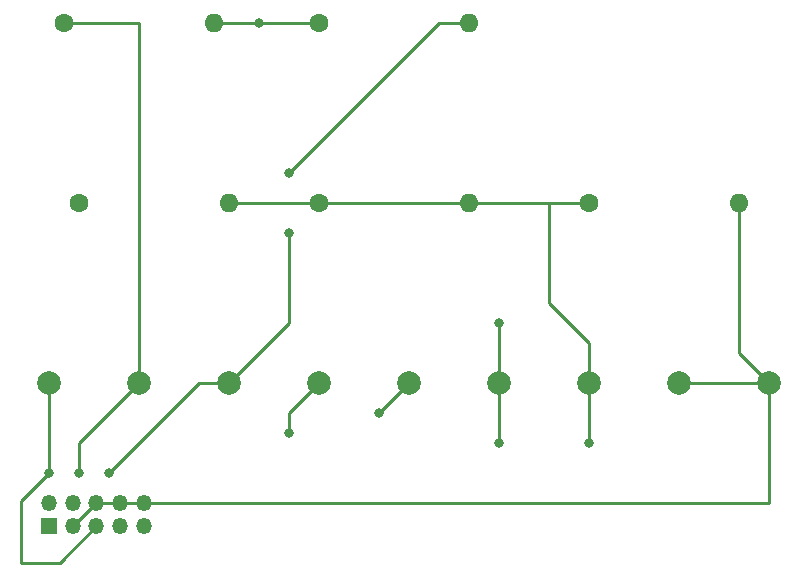
<source format=gbr>
%TF.GenerationSoftware,KiCad,Pcbnew,(7.0.0)*%
%TF.CreationDate,2023-03-24T11:42:49+01:00*%
%TF.ProjectId,PCH-1000JIG,5043482d-3130-4303-904a-49472e6b6963,rev?*%
%TF.SameCoordinates,Original*%
%TF.FileFunction,Copper,L1,Top*%
%TF.FilePolarity,Positive*%
%FSLAX46Y46*%
G04 Gerber Fmt 4.6, Leading zero omitted, Abs format (unit mm)*
G04 Created by KiCad (PCBNEW (7.0.0)) date 2023-03-24 11:42:49*
%MOMM*%
%LPD*%
G01*
G04 APERTURE LIST*
%TA.AperFunction,ComponentPad*%
%ADD10C,1.600000*%
%TD*%
%TA.AperFunction,ComponentPad*%
%ADD11O,1.600000X1.600000*%
%TD*%
%TA.AperFunction,SMDPad,CuDef*%
%ADD12C,2.000000*%
%TD*%
%TA.AperFunction,ComponentPad*%
%ADD13R,1.350000X1.350000*%
%TD*%
%TA.AperFunction,ComponentPad*%
%ADD14O,1.350000X1.350000*%
%TD*%
%TA.AperFunction,ViaPad*%
%ADD15C,0.800000*%
%TD*%
%TA.AperFunction,Conductor*%
%ADD16C,0.250000*%
%TD*%
G04 APERTURE END LIST*
D10*
%TO.P,330 Ohms,1*%
%TO.N,N/C*%
X48260000Y-36380000D03*
D11*
%TO.P,330 Ohms,2*%
X60959999Y-36379999D03*
%TD*%
D12*
%TO.P,3v3 VCC,1*%
%TO.N,N/C*%
X48260000Y-51620000D03*
%TD*%
D10*
%TO.P,330 Ohms,1*%
%TO.N,N/C*%
X27940000Y-36380000D03*
D11*
%TO.P,330 Ohms,2*%
X40639999Y-36379999D03*
%TD*%
D13*
%TO.P,Pin Header,1*%
%TO.N,N/C*%
X25399999Y-63779999D03*
D14*
%TO.P,Pin Header,2*%
X25399999Y-61779999D03*
%TO.P,Pin Header,3*%
X27399999Y-63779999D03*
%TO.P,Pin Header,4*%
X27399999Y-61779999D03*
%TO.P,Pin Header,5*%
X29399999Y-63779999D03*
%TO.P,Pin Header,6*%
X29399999Y-61779999D03*
%TO.P,Pin Header,7*%
X31399999Y-63779999D03*
%TO.P,Pin Header,8*%
X31399999Y-61779999D03*
%TO.P,Pin Header,9*%
X33399999Y-63779999D03*
%TO.P,Pin Header,10*%
X33399999Y-61779999D03*
%TD*%
D10*
%TO.P,1k Ohms,1*%
%TO.N,N/C*%
X26670000Y-21140000D03*
D11*
%TO.P,1k Ohms,2*%
X39369999Y-21139999D03*
%TD*%
D12*
%TO.P,Vita TX/7,1*%
%TO.N,N/C*%
X55880000Y-51620000D03*
%TD*%
%TO.P,PC RX,1*%
%TO.N,N/C*%
X25400000Y-51620000D03*
%TD*%
%TO.P,UDC 12,1*%
%TO.N,N/C*%
X78740000Y-51620000D03*
%TD*%
%TO.P,UDC 3/GND,1*%
%TO.N,N/C*%
X86360000Y-51620000D03*
%TD*%
%TO.P,PC GND,1*%
%TO.N,N/C*%
X40640000Y-51620000D03*
%TD*%
D10*
%TO.P,1k Ohms,1*%
%TO.N,N/C*%
X48260000Y-21140000D03*
D11*
%TO.P,1k Ohms,2*%
X60959999Y-21139999D03*
%TD*%
D12*
%TO.P,UDC 11,1*%
%TO.N,N/C*%
X71120000Y-51620000D03*
%TD*%
%TO.P,PC TX,1*%
%TO.N,N/C*%
X33020000Y-51620000D03*
%TD*%
%TO.P,Vita RX/6,1*%
%TO.N,N/C*%
X63500000Y-51620000D03*
%TD*%
D10*
%TO.P,150 Ohms,1*%
%TO.N,N/C*%
X71120000Y-36380000D03*
D11*
%TO.P,150 Ohms,2*%
X83819999Y-36379999D03*
%TD*%
D15*
%TO.N,*%
X45720000Y-55880000D03*
X71120000Y-56700000D03*
X25400000Y-59240000D03*
X30480000Y-59240000D03*
X45720000Y-33840000D03*
X45720000Y-33840000D03*
X63500000Y-46540000D03*
X53340000Y-54160000D03*
X43180000Y-21140000D03*
X63500000Y-56700000D03*
X45720000Y-38920000D03*
X45720000Y-38920000D03*
X27940000Y-59240000D03*
%TD*%
D16*
%TO.N,*%
X71120000Y-51620000D02*
X71120000Y-48260000D01*
X67760000Y-44900000D02*
X71120000Y-48260000D01*
X67760000Y-36380000D02*
X67760000Y-44900000D01*
X27400000Y-63780000D02*
X29400000Y-61780000D01*
X78740000Y-51620000D02*
X86360000Y-51620000D01*
X53340000Y-36380000D02*
X60960000Y-36380000D01*
X60960000Y-36380000D02*
X67760000Y-36380000D01*
X86360000Y-51620000D02*
X86360000Y-61780000D01*
X86360000Y-61780000D02*
X33400000Y-61780000D01*
X83820000Y-49080000D02*
X86360000Y-51620000D01*
X83820000Y-36380000D02*
X83820000Y-49080000D01*
X45720000Y-55880000D02*
X45720000Y-54160000D01*
X45720000Y-54160000D02*
X48260000Y-51620000D01*
X40640000Y-51620000D02*
X45720000Y-46540000D01*
X58420000Y-21140000D02*
X60960000Y-21140000D01*
X22985000Y-66860000D02*
X26320000Y-66860000D01*
X25400000Y-56700000D02*
X25400000Y-51620000D01*
X27940000Y-56700000D02*
X33020000Y-51620000D01*
X33400000Y-61780000D02*
X31400000Y-61780000D01*
X43180000Y-21140000D02*
X48260000Y-21140000D01*
X45720000Y-46540000D02*
X45720000Y-38920000D01*
X25400000Y-59240000D02*
X22985000Y-61655000D01*
X45720000Y-33840000D02*
X58420000Y-21140000D01*
X27940000Y-59240000D02*
X27940000Y-56700000D01*
X22985000Y-61655000D02*
X22985000Y-66860000D01*
X43180000Y-21140000D02*
X39370000Y-21140000D01*
X38100000Y-51620000D02*
X40640000Y-51620000D01*
X25400000Y-59240000D02*
X25400000Y-56700000D01*
X71120000Y-36380000D02*
X68580000Y-36380000D01*
X53340000Y-54160000D02*
X55880000Y-51620000D01*
X26320000Y-66860000D02*
X29400000Y-63780000D01*
X40640000Y-36380000D02*
X53340000Y-36380000D01*
X66040000Y-36380000D02*
X68580000Y-36380000D01*
X63500000Y-56700000D02*
X63500000Y-51620000D01*
X63500000Y-46540000D02*
X63500000Y-51620000D01*
X71120000Y-56700000D02*
X71120000Y-51620000D01*
X33020000Y-51620000D02*
X33020000Y-21140000D01*
X33020000Y-21140000D02*
X26670000Y-21140000D01*
X30480000Y-59240000D02*
X38100000Y-51620000D01*
X31400000Y-61780000D02*
X29400000Y-61780000D01*
%TD*%
M02*

</source>
